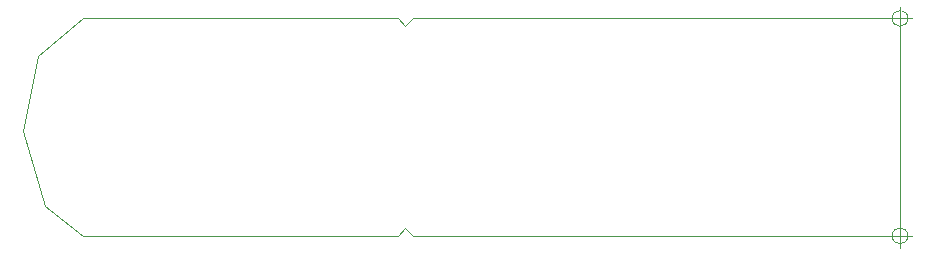
<source format=gbr>
%TF.GenerationSoftware,KiCad,Pcbnew,(5.1.5)-3*%
%TF.CreationDate,2021-04-08T11:22:50+01:00*%
%TF.ProjectId,KiCadSoil3,4b694361-6453-46f6-996c-332e6b696361,1.0*%
%TF.SameCoordinates,PX1d11680PY3072580*%
%TF.FileFunction,Profile,NP*%
%FSLAX46Y46*%
G04 Gerber Fmt 4.6, Leading zero omitted, Abs format (unit mm)*
G04 Created by KiCad (PCBNEW (5.1.5)-3) date 2021-04-08 11:22:50*
%MOMM*%
%LPD*%
G04 APERTURE LIST*
%ADD10C,0.050000*%
G04 APERTURE END LIST*
D10*
X74295000Y0D02*
X74295000Y18415000D01*
X33020000Y0D02*
X74295000Y0D01*
X32385000Y635000D02*
X33020000Y0D01*
X31750000Y0D02*
X32385000Y635000D01*
X5080000Y0D02*
X31750000Y0D01*
X1905000Y2540000D02*
X5080000Y0D01*
X0Y8890000D02*
X1905000Y2540000D01*
X1270000Y15240000D02*
X0Y8890000D01*
X5080000Y18415000D02*
X1270000Y15240000D01*
X31750000Y18415000D02*
X5080000Y18415000D01*
X32385000Y17780000D02*
X31750000Y18415000D01*
X33020000Y18415000D02*
X32385000Y17780000D01*
X74295000Y18415000D02*
X33020000Y18415000D01*
X74961666Y0D02*
G75*
G03X74961666Y0I-666666J0D01*
G01*
X73295000Y0D02*
X75295000Y0D01*
X74295000Y1000000D02*
X74295000Y-1000000D01*
X74961666Y18415000D02*
G75*
G03X74961666Y18415000I-666666J0D01*
G01*
X73295000Y18415000D02*
X75295000Y18415000D01*
X74295000Y19415000D02*
X74295000Y17415000D01*
M02*

</source>
